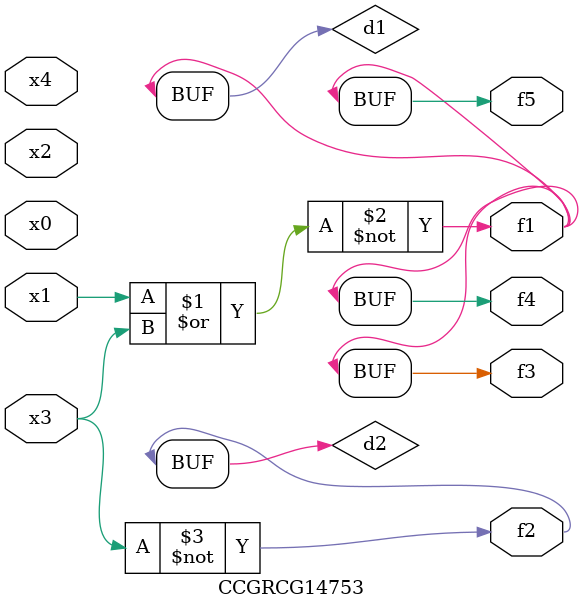
<source format=v>
module CCGRCG14753(
	input x0, x1, x2, x3, x4,
	output f1, f2, f3, f4, f5
);

	wire d1, d2;

	nor (d1, x1, x3);
	not (d2, x3);
	assign f1 = d1;
	assign f2 = d2;
	assign f3 = d1;
	assign f4 = d1;
	assign f5 = d1;
endmodule

</source>
